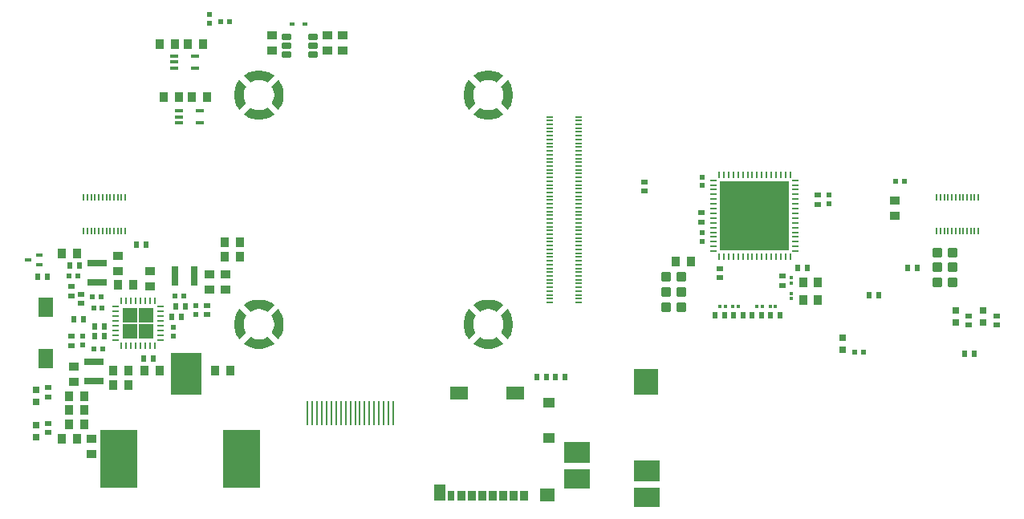
<source format=gtp>
G04*
G04 #@! TF.GenerationSoftware,Altium Limited,Altium Designer,19.1.8 (144)*
G04*
G04 Layer_Color=8421504*
%FSLAX44Y44*%
%MOMM*%
G71*
G01*
G75*
%ADD21R,1.4900X1.4900*%
%ADD22R,0.3600X0.3200*%
%ADD23R,0.5500X0.6500*%
%ADD24R,3.3000X4.4000*%
%ADD25R,3.9000X6.2000*%
%ADD26R,0.2800X2.6000*%
%ADD27R,2.8000X2.0000*%
%ADD28R,2.6000X2.8000*%
%ADD29R,2.8000X2.2000*%
%ADD30R,0.6500X0.5500*%
%ADD31R,0.1500X0.6500*%
%ADD32R,0.9000X1.0000*%
G04:AMPARAMS|DCode=33|XSize=0.6mm|YSize=1mm|CornerRadius=0.051mm|HoleSize=0mm|Usage=FLASHONLY|Rotation=90.000|XOffset=0mm|YOffset=0mm|HoleType=Round|Shape=RoundedRectangle|*
%AMROUNDEDRECTD33*
21,1,0.6000,0.8980,0,0,90.0*
21,1,0.4980,1.0000,0,0,90.0*
1,1,0.1020,0.4490,0.2490*
1,1,0.1020,0.4490,-0.2490*
1,1,0.1020,-0.4490,-0.2490*
1,1,0.1020,-0.4490,0.2490*
%
%ADD33ROUNDEDRECTD33*%
%ADD34R,0.6900X0.2800*%
%ADD35R,0.2800X0.6900*%
%ADD36R,7.3000X7.3000*%
%ADD37R,0.8500X0.3500*%
G04:AMPARAMS|DCode=38|XSize=0.25mm|YSize=0.6mm|CornerRadius=0.0313mm|HoleSize=0mm|Usage=FLASHONLY|Rotation=180.000|XOffset=0mm|YOffset=0mm|HoleType=Round|Shape=RoundedRectangle|*
%AMROUNDEDRECTD38*
21,1,0.2500,0.5375,0,0,180.0*
21,1,0.1875,0.6000,0,0,180.0*
1,1,0.0625,-0.0938,0.2688*
1,1,0.0625,0.0938,0.2688*
1,1,0.0625,0.0938,-0.2688*
1,1,0.0625,-0.0938,-0.2688*
%
%ADD38ROUNDEDRECTD38*%
G04:AMPARAMS|DCode=39|XSize=0.25mm|YSize=0.6mm|CornerRadius=0.0313mm|HoleSize=0mm|Usage=FLASHONLY|Rotation=270.000|XOffset=0mm|YOffset=0mm|HoleType=Round|Shape=RoundedRectangle|*
%AMROUNDEDRECTD39*
21,1,0.2500,0.5375,0,0,270.0*
21,1,0.1875,0.6000,0,0,270.0*
1,1,0.0625,-0.2688,-0.0938*
1,1,0.0625,-0.2688,0.0938*
1,1,0.0625,0.2688,0.0938*
1,1,0.0625,0.2688,-0.0938*
%
%ADD39ROUNDEDRECTD39*%
%ADD40R,1.0000X0.9000*%
%ADD41R,0.7100X0.3000*%
%ADD42R,2.0000X0.8000*%
%ADD43R,0.8000X2.0000*%
%ADD44R,0.7000X0.1800*%
%ADD45R,0.8000X0.8000*%
%ADD46R,0.4800X0.4000*%
%ADD47R,0.3200X0.3600*%
%ADD48R,0.6200X0.6200*%
%ADD49R,0.6200X0.6200*%
%ADD50R,1.5000X2.0000*%
%ADD51R,0.7500X1.1000*%
%ADD52R,0.8500X1.1000*%
%ADD53R,0.8750X1.1000*%
%ADD54R,1.2000X1.0000*%
%ADD55R,1.9000X1.3500*%
%ADD56R,1.1700X1.8000*%
%ADD57R,1.5500X1.3500*%
G36*
X269422Y224287D02*
X273507Y222880D01*
X277305Y220818D01*
X279007Y219488D01*
X272177Y212106D01*
X272177D01*
X271151Y212768D01*
X268961Y213848D01*
X266633Y214582D01*
X264221Y214953D01*
X261779D01*
X259367Y214582D01*
X257039Y213848D01*
X254849Y212768D01*
X253823Y212106D01*
X246993Y219488D01*
X248695Y220818D01*
X252493Y222880D01*
X256578Y224287D01*
X260840Y225000D01*
X265160D01*
X269422Y224287D01*
D02*
G37*
G36*
X283488Y215007D02*
X284818Y213305D01*
X286880Y209508D01*
X288287Y205422D01*
X289000Y201160D01*
Y196840D01*
X288287Y192578D01*
X286880Y188493D01*
X284818Y184695D01*
X283488Y182993D01*
X276106Y189823D01*
X276768Y190849D01*
X277848Y193039D01*
X278582Y195367D01*
X278953Y197780D01*
Y200221D01*
X278582Y202633D01*
X277848Y204961D01*
X276768Y207151D01*
X276106Y208177D01*
X283488Y215007D01*
Y215007D01*
D02*
G37*
G36*
X249894Y208177D02*
X249894Y208177D01*
X249232Y207151D01*
X248152Y204961D01*
X247418Y202633D01*
X247047Y200221D01*
Y197780D01*
X247418Y195367D01*
X248152Y193039D01*
X249232Y190849D01*
X249894Y189823D01*
X242512Y182993D01*
X242512D01*
X241182Y184695D01*
X239120Y188493D01*
X237713Y192578D01*
X237000Y196840D01*
Y201160D01*
X237713Y205422D01*
X239120Y209508D01*
X241182Y213305D01*
X242512Y215007D01*
X249894Y208177D01*
D02*
G37*
G36*
X253823Y185894D02*
X254849Y185232D01*
X257039Y184152D01*
X259367Y183418D01*
X261779Y183047D01*
X264221D01*
X266633Y183418D01*
X268961Y184152D01*
X271151Y185232D01*
X272177Y185894D01*
X279007Y178512D01*
X279007Y178512D01*
X277305Y177182D01*
X273507Y175120D01*
X269422Y173713D01*
X265160Y173000D01*
X260840D01*
X256578Y173713D01*
X252493Y175120D01*
X248695Y177182D01*
X246993Y178512D01*
X253823Y185894D01*
Y185894D01*
D02*
G37*
G36*
X269422Y466287D02*
X273507Y464880D01*
X277305Y462818D01*
X279007Y461488D01*
X272177Y454106D01*
X272177D01*
X271151Y454768D01*
X268961Y455848D01*
X266633Y456582D01*
X264221Y456953D01*
X261779D01*
X259367Y456582D01*
X257039Y455848D01*
X254849Y454768D01*
X253823Y454106D01*
X246993Y461488D01*
X248695Y462818D01*
X252493Y464880D01*
X256578Y466287D01*
X260840Y467000D01*
X265160D01*
X269422Y466287D01*
D02*
G37*
G36*
X283488Y457007D02*
X284818Y455305D01*
X286880Y451507D01*
X288287Y447422D01*
X289000Y443160D01*
Y438840D01*
X288287Y434578D01*
X286880Y430493D01*
X284818Y426695D01*
X283488Y424993D01*
X276106Y431823D01*
X276768Y432849D01*
X277848Y435039D01*
X278582Y437367D01*
X278953Y439780D01*
Y442220D01*
X278582Y444633D01*
X277848Y446961D01*
X276768Y449151D01*
X276106Y450177D01*
X283488Y457007D01*
Y457007D01*
D02*
G37*
G36*
X249894Y450177D02*
X249894Y450177D01*
X249232Y449151D01*
X248152Y446961D01*
X247418Y444633D01*
X247047Y442220D01*
Y439780D01*
X247418Y437367D01*
X248152Y435039D01*
X249232Y432849D01*
X249894Y431823D01*
X242512Y424993D01*
X242512D01*
X241182Y426695D01*
X239120Y430493D01*
X237713Y434578D01*
X237000Y438840D01*
Y443160D01*
X237713Y447422D01*
X239120Y451507D01*
X241182Y455305D01*
X242512Y457007D01*
X249894Y450177D01*
D02*
G37*
G36*
X253823Y427894D02*
X254849Y427232D01*
X257039Y426152D01*
X259367Y425418D01*
X261779Y425047D01*
X264221D01*
X266633Y425418D01*
X268961Y426152D01*
X271151Y427232D01*
X272177Y427894D01*
X279007Y420512D01*
X279007Y420512D01*
X277305Y419182D01*
X273507Y417120D01*
X269422Y415713D01*
X265160Y415000D01*
X260840D01*
X256578Y415713D01*
X252493Y417120D01*
X248695Y419182D01*
X246993Y420512D01*
X253823Y427894D01*
Y427894D01*
D02*
G37*
G36*
X511422Y224287D02*
X515508Y222880D01*
X519305Y220818D01*
X521007Y219488D01*
X514177Y212106D01*
X514177D01*
X513151Y212768D01*
X510961Y213848D01*
X508633Y214582D01*
X506221Y214953D01*
X503779D01*
X501367Y214582D01*
X499039Y213848D01*
X496849Y212768D01*
X495823Y212106D01*
X488993Y219488D01*
X490695Y220818D01*
X494492Y222880D01*
X498578Y224287D01*
X502840Y225000D01*
X507160D01*
X511422Y224287D01*
D02*
G37*
G36*
X525488Y215007D02*
X526818Y213305D01*
X528880Y209508D01*
X530287Y205422D01*
X531000Y201160D01*
Y196840D01*
X530287Y192578D01*
X528880Y188493D01*
X526818Y184695D01*
X525488Y182993D01*
X518106Y189823D01*
X518768Y190849D01*
X519848Y193039D01*
X520582Y195367D01*
X520953Y197780D01*
Y200221D01*
X520582Y202633D01*
X519848Y204961D01*
X518768Y207151D01*
X518106Y208177D01*
X525488Y215007D01*
Y215007D01*
D02*
G37*
G36*
X491894Y208177D02*
X491894Y208177D01*
X491232Y207151D01*
X490152Y204961D01*
X489418Y202633D01*
X489047Y200221D01*
Y197780D01*
X489418Y195367D01*
X490152Y193039D01*
X491232Y190849D01*
X491894Y189823D01*
X484512Y182993D01*
X484512D01*
X483182Y184695D01*
X481120Y188493D01*
X479713Y192578D01*
X479000Y196840D01*
Y201160D01*
X479713Y205422D01*
X481120Y209508D01*
X483182Y213305D01*
X484512Y215007D01*
X491894Y208177D01*
D02*
G37*
G36*
X495823Y185894D02*
X496849Y185232D01*
X499039Y184152D01*
X501367Y183418D01*
X503779Y183047D01*
X506221D01*
X508633Y183418D01*
X510961Y184152D01*
X513151Y185232D01*
X514177Y185894D01*
X521007Y178512D01*
X521007Y178512D01*
X519305Y177182D01*
X515508Y175120D01*
X511422Y173713D01*
X507160Y173000D01*
X502840D01*
X498578Y173713D01*
X494492Y175120D01*
X490695Y177182D01*
X488993Y178512D01*
X495823Y185894D01*
Y185894D01*
D02*
G37*
G36*
X511422Y466287D02*
X515508Y464880D01*
X519305Y462818D01*
X521007Y461488D01*
X514177Y454106D01*
X514177D01*
X513151Y454768D01*
X510961Y455848D01*
X508633Y456582D01*
X506221Y456953D01*
X503779D01*
X501367Y456582D01*
X499039Y455848D01*
X496849Y454768D01*
X495823Y454106D01*
X488993Y461488D01*
X490695Y462818D01*
X494492Y464880D01*
X498578Y466287D01*
X502840Y467000D01*
X507160D01*
X511422Y466287D01*
D02*
G37*
G36*
X525488Y457007D02*
X526818Y455305D01*
X528880Y451507D01*
X530287Y447422D01*
X531000Y443160D01*
Y438840D01*
X530287Y434578D01*
X528880Y430493D01*
X526818Y426695D01*
X525488Y424993D01*
X518106Y431823D01*
X518768Y432849D01*
X519848Y435039D01*
X520582Y437367D01*
X520953Y439780D01*
Y442220D01*
X520582Y444633D01*
X519848Y446961D01*
X518768Y449151D01*
X518106Y450177D01*
X525488Y457007D01*
Y457007D01*
D02*
G37*
G36*
X491894Y450177D02*
X491894Y450177D01*
X491232Y449151D01*
X490152Y446961D01*
X489418Y444633D01*
X489047Y442220D01*
Y439780D01*
X489418Y437367D01*
X490152Y435039D01*
X491232Y432849D01*
X491894Y431823D01*
X484512Y424993D01*
X484512D01*
X483182Y426695D01*
X481120Y430493D01*
X479713Y434578D01*
X479000Y438840D01*
Y443160D01*
X479713Y447422D01*
X481120Y451507D01*
X483182Y455305D01*
X484512Y457007D01*
X491894Y450177D01*
D02*
G37*
G36*
X495823Y427894D02*
X496849Y427232D01*
X499039Y426152D01*
X501367Y425418D01*
X503779Y425047D01*
X506221D01*
X508633Y425418D01*
X510961Y426152D01*
X513151Y427232D01*
X514177Y427894D01*
X521007Y420512D01*
X521007Y420512D01*
X519305Y419182D01*
X515508Y417120D01*
X511422Y415713D01*
X507160Y415000D01*
X502840D01*
X498578Y415713D01*
X494492Y417120D01*
X490695Y419182D01*
X488993Y420512D01*
X495823Y427894D01*
Y427894D01*
D02*
G37*
D21*
X127103Y191671D02*
D03*
X144003D02*
D03*
Y208571D02*
D03*
X127103Y208671D02*
D03*
D22*
X793800Y218000D02*
D03*
X802200D02*
D03*
X807800D02*
D03*
X788200D02*
D03*
X763200D02*
D03*
X768800D02*
D03*
X754800D02*
D03*
X749200D02*
D03*
D23*
X793521Y208586D02*
D03*
X802579Y208587D02*
D03*
X151736Y162968D02*
D03*
X141736D02*
D03*
X89850Y196683D02*
D03*
X99850D02*
D03*
X143575Y282636D02*
D03*
X133575D02*
D03*
X947584Y258649D02*
D03*
X957584D02*
D03*
X29828Y248919D02*
D03*
X39828D02*
D03*
X916900Y229239D02*
D03*
X906900D02*
D03*
X585773Y143339D02*
D03*
X575773D02*
D03*
X556036Y143339D02*
D03*
X566036D02*
D03*
X1017562Y167595D02*
D03*
X1007562D02*
D03*
X831260Y258820D02*
D03*
X841260D02*
D03*
X773731Y208559D02*
D03*
X763731D02*
D03*
X744481Y208560D02*
D03*
X754481D02*
D03*
X812579Y208587D02*
D03*
X783521Y208586D02*
D03*
X99689Y186683D02*
D03*
X89689D02*
D03*
X175383Y217621D02*
D03*
X185383D02*
D03*
X77797Y204391D02*
D03*
X67797D02*
D03*
X73845Y261127D02*
D03*
X63845D02*
D03*
X171216Y206968D02*
D03*
X181216D02*
D03*
D24*
X186500Y146500D02*
D03*
D25*
X244500Y57000D02*
D03*
X115500D02*
D03*
D26*
X314500Y105000D02*
D03*
X319500D02*
D03*
X324500D02*
D03*
X329500D02*
D03*
X334500D02*
D03*
X339500D02*
D03*
X344500D02*
D03*
X349500D02*
D03*
X354500D02*
D03*
X359500D02*
D03*
X364500D02*
D03*
X369500D02*
D03*
X374500D02*
D03*
X379500D02*
D03*
X384500D02*
D03*
X389500D02*
D03*
X394500D02*
D03*
X399500D02*
D03*
X404500D02*
D03*
D27*
X672400Y16500D02*
D03*
X598400Y35500D02*
D03*
D28*
X671400Y138500D02*
D03*
D29*
X598400Y63500D02*
D03*
X672400Y44500D02*
D03*
D30*
X208000Y209000D02*
D03*
Y219000D02*
D03*
X64869Y239000D02*
D03*
Y229000D02*
D03*
X669398Y349306D02*
D03*
Y339306D02*
D03*
X729399Y316556D02*
D03*
Y306556D02*
D03*
X852838Y325672D02*
D03*
Y335672D02*
D03*
X815041Y239717D02*
D03*
Y249717D02*
D03*
X1012000Y198068D02*
D03*
Y208068D02*
D03*
X1041000Y198000D02*
D03*
Y208000D02*
D03*
X749135Y257987D02*
D03*
Y247987D02*
D03*
X41000Y94500D02*
D03*
Y84500D02*
D03*
X75050Y220900D02*
D03*
Y230900D02*
D03*
X65119Y176462D02*
D03*
Y186462D02*
D03*
X41000Y122000D02*
D03*
Y132000D02*
D03*
D31*
X1022000Y297250D02*
D03*
X1018000D02*
D03*
X1014000D02*
D03*
X1010000D02*
D03*
X1006000D02*
D03*
X1002000D02*
D03*
X998000D02*
D03*
X994000D02*
D03*
X990000D02*
D03*
X986000D02*
D03*
X982000D02*
D03*
X978000D02*
D03*
X1022000Y332750D02*
D03*
X1018000D02*
D03*
X1014000D02*
D03*
X1010000D02*
D03*
X1006000D02*
D03*
X1002000D02*
D03*
X998000D02*
D03*
X994000D02*
D03*
X990000D02*
D03*
X986000D02*
D03*
X982000D02*
D03*
X978000D02*
D03*
X78000D02*
D03*
X82000D02*
D03*
X86000D02*
D03*
X90000D02*
D03*
X94000D02*
D03*
X98000D02*
D03*
X102000D02*
D03*
X106000D02*
D03*
X110000D02*
D03*
X114000D02*
D03*
X118000D02*
D03*
X122000D02*
D03*
X78000Y297250D02*
D03*
X82000D02*
D03*
X86000D02*
D03*
X90000D02*
D03*
X94000D02*
D03*
X98000D02*
D03*
X102000D02*
D03*
X106000D02*
D03*
X110000D02*
D03*
X114000D02*
D03*
X118000D02*
D03*
X122000D02*
D03*
D32*
X837250Y243250D02*
D03*
X852750Y224750D02*
D03*
Y243250D02*
D03*
X837250Y224750D02*
D03*
X708283Y249279D02*
D03*
X692283D02*
D03*
X708283Y217279D02*
D03*
X692283D02*
D03*
X978715Y242950D02*
D03*
X994715D02*
D03*
X978715Y258950D02*
D03*
X994715D02*
D03*
X978715Y274950D02*
D03*
X994715D02*
D03*
X708283Y233279D02*
D03*
X692283D02*
D03*
X233000Y150000D02*
D03*
X217000D02*
D03*
X718850Y265590D02*
D03*
X702850D02*
D03*
X142384Y149987D02*
D03*
X158384D02*
D03*
X125358Y135000D02*
D03*
X109358D02*
D03*
X70950Y273577D02*
D03*
X54950D02*
D03*
X227100Y270165D02*
D03*
X243100D02*
D03*
X227100Y285369D02*
D03*
X243100D02*
D03*
X78850Y93313D02*
D03*
X62850D02*
D03*
X78850Y123313D02*
D03*
X62850D02*
D03*
X78850Y108313D02*
D03*
X62850D02*
D03*
X71000Y78000D02*
D03*
X55000D02*
D03*
X192548Y439000D02*
D03*
X208548D02*
D03*
X178251Y438661D02*
D03*
X162250D02*
D03*
X188068Y494826D02*
D03*
X204068D02*
D03*
X174318D02*
D03*
X158318D02*
D03*
X125358Y149987D02*
D03*
X109358D02*
D03*
X130000Y241000D02*
D03*
X114000D02*
D03*
D33*
X292250Y502500D02*
D03*
Y493000D02*
D03*
Y483500D02*
D03*
X319750D02*
D03*
Y493000D02*
D03*
Y502500D02*
D03*
D34*
X829100Y276056D02*
D03*
Y281056D02*
D03*
Y286056D02*
D03*
Y291056D02*
D03*
Y296056D02*
D03*
Y301056D02*
D03*
Y306056D02*
D03*
Y311056D02*
D03*
Y316056D02*
D03*
Y321056D02*
D03*
Y326056D02*
D03*
Y331056D02*
D03*
Y336056D02*
D03*
Y341056D02*
D03*
Y346056D02*
D03*
Y351056D02*
D03*
X742900D02*
D03*
Y346056D02*
D03*
Y341056D02*
D03*
Y336056D02*
D03*
Y331056D02*
D03*
Y326056D02*
D03*
Y321056D02*
D03*
Y316056D02*
D03*
Y311056D02*
D03*
Y306056D02*
D03*
Y301056D02*
D03*
Y296056D02*
D03*
Y291056D02*
D03*
Y286056D02*
D03*
Y281056D02*
D03*
Y276056D02*
D03*
D35*
X823500Y356656D02*
D03*
X818500D02*
D03*
X813500D02*
D03*
X808500D02*
D03*
X803500D02*
D03*
X798500D02*
D03*
X793500D02*
D03*
X788500D02*
D03*
X783500D02*
D03*
X778500D02*
D03*
X773500D02*
D03*
X768500D02*
D03*
X763500D02*
D03*
X758500D02*
D03*
X753500D02*
D03*
X748500D02*
D03*
Y270456D02*
D03*
X753500D02*
D03*
X758500D02*
D03*
X763500D02*
D03*
X768500D02*
D03*
X773500D02*
D03*
X778500D02*
D03*
X783500D02*
D03*
X788500D02*
D03*
X793500D02*
D03*
X798500D02*
D03*
X803500D02*
D03*
X808500D02*
D03*
X813500D02*
D03*
X818500D02*
D03*
X823500D02*
D03*
D36*
X786000Y313556D02*
D03*
D37*
X178548Y418000D02*
D03*
Y424500D02*
D03*
X200548D02*
D03*
X178548Y411500D02*
D03*
X200548D02*
D03*
X173568Y475695D02*
D03*
Y482195D02*
D03*
X195568D02*
D03*
X173568Y469195D02*
D03*
X195568D02*
D03*
D38*
X153053Y176121D02*
D03*
X148053D02*
D03*
X143053D02*
D03*
X138053D02*
D03*
X133053D02*
D03*
X128053D02*
D03*
X123053D02*
D03*
X118053D02*
D03*
Y224121D02*
D03*
X123053D02*
D03*
X128053D02*
D03*
X133053D02*
D03*
X138053D02*
D03*
X143053D02*
D03*
X148053D02*
D03*
X153053D02*
D03*
D39*
X111553Y182621D02*
D03*
Y187621D02*
D03*
Y192621D02*
D03*
Y197621D02*
D03*
Y202621D02*
D03*
Y207621D02*
D03*
Y212621D02*
D03*
Y217621D02*
D03*
X159553D02*
D03*
Y212621D02*
D03*
Y207621D02*
D03*
Y202621D02*
D03*
Y197621D02*
D03*
Y192621D02*
D03*
Y187621D02*
D03*
Y182621D02*
D03*
D40*
X692283Y233279D02*
D03*
Y249279D02*
D03*
X708283Y217279D02*
D03*
Y233279D02*
D03*
X692283Y217279D02*
D03*
Y233279D02*
D03*
X978715Y258950D02*
D03*
Y242950D02*
D03*
Y274950D02*
D03*
Y258950D02*
D03*
X994715D02*
D03*
Y242950D02*
D03*
Y274950D02*
D03*
Y258950D02*
D03*
X708283Y233279D02*
D03*
Y249279D02*
D03*
X277000Y488000D02*
D03*
Y504000D02*
D03*
X335000Y488000D02*
D03*
Y504000D02*
D03*
X114000Y255000D02*
D03*
Y271000D02*
D03*
X211000Y251400D02*
D03*
Y235400D02*
D03*
X228041Y251400D02*
D03*
Y235400D02*
D03*
X86000Y78000D02*
D03*
Y62000D02*
D03*
X68015Y138500D02*
D03*
Y154500D02*
D03*
X934000Y313856D02*
D03*
Y329856D02*
D03*
X148053Y254900D02*
D03*
Y238900D02*
D03*
X351000Y504000D02*
D03*
Y488000D02*
D03*
D41*
X19078Y267136D02*
D03*
X31278Y272136D02*
D03*
Y262136D02*
D03*
D42*
X92026Y263427D02*
D03*
Y243427D02*
D03*
X88724Y138987D02*
D03*
Y158987D02*
D03*
D43*
X194433Y250000D02*
D03*
X174433D02*
D03*
D44*
X569600Y222000D02*
D03*
Y226000D02*
D03*
Y230000D02*
D03*
Y234000D02*
D03*
Y238000D02*
D03*
Y242000D02*
D03*
Y246000D02*
D03*
Y250000D02*
D03*
Y254000D02*
D03*
Y258000D02*
D03*
Y262000D02*
D03*
Y266000D02*
D03*
Y270000D02*
D03*
Y274000D02*
D03*
Y278000D02*
D03*
Y282000D02*
D03*
Y286000D02*
D03*
Y290000D02*
D03*
Y294000D02*
D03*
Y298000D02*
D03*
Y302000D02*
D03*
Y306000D02*
D03*
Y310000D02*
D03*
Y314000D02*
D03*
Y318000D02*
D03*
Y322000D02*
D03*
Y326000D02*
D03*
Y330000D02*
D03*
Y334000D02*
D03*
Y338000D02*
D03*
Y342000D02*
D03*
Y346000D02*
D03*
Y350000D02*
D03*
Y354000D02*
D03*
Y358000D02*
D03*
Y362000D02*
D03*
Y366000D02*
D03*
Y370000D02*
D03*
Y374000D02*
D03*
Y378000D02*
D03*
Y382000D02*
D03*
Y386000D02*
D03*
Y390000D02*
D03*
Y394000D02*
D03*
Y398000D02*
D03*
Y402000D02*
D03*
Y406000D02*
D03*
Y410000D02*
D03*
Y414000D02*
D03*
Y418000D02*
D03*
X600400Y222000D02*
D03*
Y226000D02*
D03*
Y230000D02*
D03*
Y234000D02*
D03*
Y238000D02*
D03*
Y242000D02*
D03*
Y246000D02*
D03*
Y250000D02*
D03*
Y254000D02*
D03*
Y258000D02*
D03*
Y262000D02*
D03*
Y266000D02*
D03*
Y270000D02*
D03*
Y274000D02*
D03*
Y278000D02*
D03*
Y282000D02*
D03*
Y286000D02*
D03*
Y290000D02*
D03*
Y294000D02*
D03*
Y298000D02*
D03*
Y302000D02*
D03*
Y306000D02*
D03*
Y310000D02*
D03*
Y314000D02*
D03*
Y318000D02*
D03*
Y322000D02*
D03*
Y326000D02*
D03*
Y330000D02*
D03*
Y334000D02*
D03*
Y338000D02*
D03*
Y342000D02*
D03*
Y346000D02*
D03*
Y350000D02*
D03*
Y354000D02*
D03*
Y358000D02*
D03*
Y362000D02*
D03*
Y366000D02*
D03*
Y370000D02*
D03*
Y374000D02*
D03*
Y378000D02*
D03*
Y382000D02*
D03*
Y386000D02*
D03*
Y390000D02*
D03*
Y394000D02*
D03*
Y398000D02*
D03*
Y402000D02*
D03*
Y406000D02*
D03*
Y410000D02*
D03*
Y414000D02*
D03*
Y418000D02*
D03*
D45*
X998000Y213250D02*
D03*
Y200750D02*
D03*
X1027000Y213250D02*
D03*
Y200750D02*
D03*
X28000Y92250D02*
D03*
Y79750D02*
D03*
X878387Y172125D02*
D03*
Y184625D02*
D03*
X28000Y129750D02*
D03*
Y117250D02*
D03*
D46*
X298400Y516000D02*
D03*
X311600D02*
D03*
D47*
X825000Y231500D02*
D03*
Y225900D02*
D03*
Y242500D02*
D03*
Y248100D02*
D03*
D48*
X864317Y326120D02*
D03*
Y335120D02*
D03*
X730500Y295556D02*
D03*
Y286556D02*
D03*
X76850Y177183D02*
D03*
Y186183D02*
D03*
X196000Y209500D02*
D03*
Y218500D02*
D03*
X731000Y354500D02*
D03*
Y345500D02*
D03*
X172633Y195592D02*
D03*
Y186592D02*
D03*
X210461Y516600D02*
D03*
Y525600D02*
D03*
D49*
X900622Y169553D02*
D03*
X891622D02*
D03*
X62950Y250000D02*
D03*
X71950D02*
D03*
X96526Y228150D02*
D03*
X87526D02*
D03*
X88652Y215968D02*
D03*
X97652D02*
D03*
X183484Y229000D02*
D03*
X174484D02*
D03*
X935092Y349656D02*
D03*
X944092D02*
D03*
X97858Y172968D02*
D03*
X88858D02*
D03*
X223000Y518000D02*
D03*
X232000D02*
D03*
D50*
X38000Y162968D02*
D03*
Y216968D02*
D03*
D51*
X465850Y17750D02*
D03*
D52*
X476350D02*
D03*
X487350D02*
D03*
X498350D02*
D03*
X509350D02*
D03*
X520350D02*
D03*
X542350D02*
D03*
D53*
X531350D02*
D03*
D54*
X568700Y79250D02*
D03*
Y116250D02*
D03*
D55*
X474000Y126000D02*
D03*
X533700D02*
D03*
D56*
X453750Y21250D02*
D03*
D57*
X566950Y19000D02*
D03*
M02*

</source>
